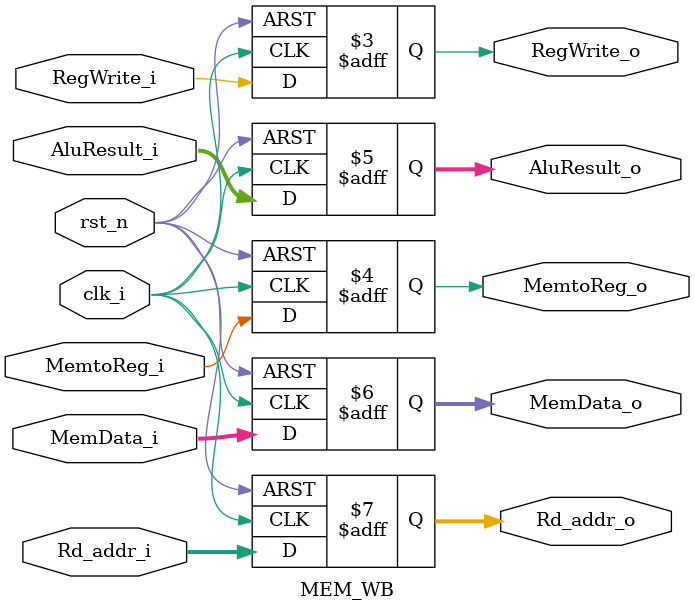
<source format=v>
module MEM_WB
(
    clk_i,
    rst_n,

    RegWrite_i,
    MemtoReg_i,
    AluResult_i,
    MemData_i,
    Rd_addr_i,

    RegWrite_o,
    MemtoReg_o,
    AluResult_o,
    MemData_o,
    Rd_addr_o
);

// Ports
input             clk_i;
input             rst_n; 
input             RegWrite_i;
input             MemtoReg_i;
input   [31:0]    AluResult_i;
input   [31:0]    MemData_i;
input   [4:0]     Rd_addr_i;

output reg        RegWrite_o;
output reg        MemtoReg_o;
output reg [31:0] AluResult_o;
output reg [31:0] MemData_o;
output reg [4:0]  Rd_addr_o;

always @(posedge clk_i or negedge rst_n) begin
    if (!rst_n) begin
        RegWrite_o   <= 1'b0;
        MemtoReg_o   <= 1'b0;
        AluResult_o  <= 32'b0;
        MemData_o    <= 32'b0;
        Rd_addr_o    <= 5'b0;
    end 
    else begin
        RegWrite_o   <= RegWrite_i;
        MemtoReg_o   <= MemtoReg_i;
        AluResult_o  <= AluResult_i;
        MemData_o    <= MemData_i;
        Rd_addr_o    <= Rd_addr_i;
    end
end
    
endmodule
</source>
